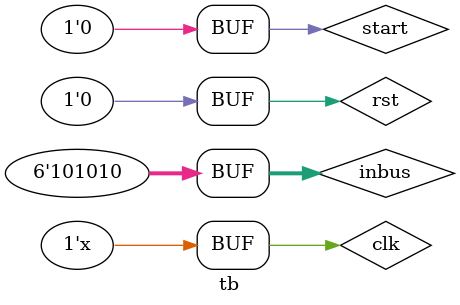
<source format=sv>

`timescale 1ns/1ns
module tb();
  
  reg clk, rst, start;
  reg [5:0] inbus;
  wire [5:0] outbus;
  wire ready;
  
  bothmult uut(inbus, start, clk, rst, outbus, ready);
        

  initial clk = 0;
  
  
  always
    #50 clk = !clk;
    
    
  
  initial
  begin
    inbus = 6'b010101;//21
    start = 0;
    rst = 1;
    #200;
    rst = 0;
    #200;
    start = 1;
    #200;
    start = 0;
    #300;
    inbus = 6'b001001;//9
    #5000;//189
    inbus = 6'b111001;//-7
    #100;
    start = 1;
    #200;
    start = 0;
    #300;
    inbus = 6'b001010;//10
    #5000;//-70
    inbus = 6'b000101;//5
    #100;
    start = 1;
    #200;
    start = 0;
    #300;
    inbus = 6'b111000;//-8
    #5000;//-40
    inbus = 6'b110011;//-13
    #100;
    start = 1;
    #200;
    start = 0;
    #300;
    inbus = 6'b101010;//-22
    //286
    
  end  
endmodule  

</source>
